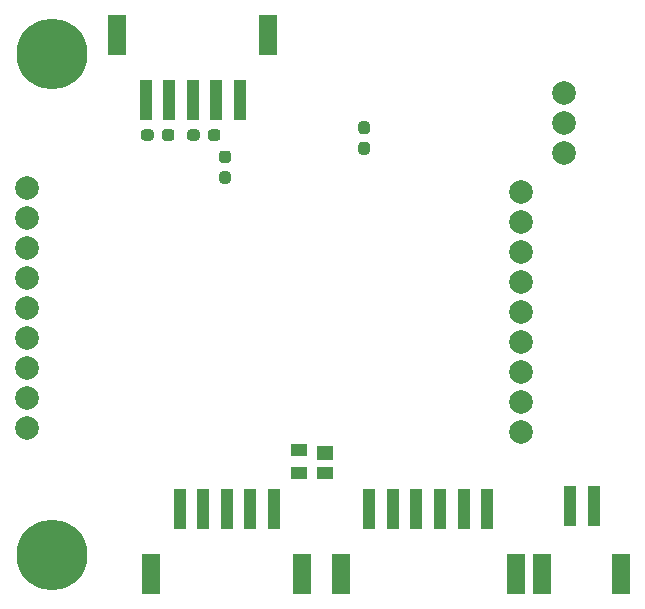
<source format=gbs>
%TF.GenerationSoftware,KiCad,Pcbnew,(5.1.8)-1*%
%TF.CreationDate,2021-02-13T13:26:23-08:00*%
%TF.ProjectId,20200103_8SBMS_A0,32303230-3031-4303-935f-3853424d535f,rev?*%
%TF.SameCoordinates,PXb061cf0PYa92e8c0*%
%TF.FileFunction,Soldermask,Bot*%
%TF.FilePolarity,Negative*%
%FSLAX46Y46*%
G04 Gerber Fmt 4.6, Leading zero omitted, Abs format (unit mm)*
G04 Created by KiCad (PCBNEW (5.1.8)-1) date 2021-02-13 13:26:23*
%MOMM*%
%LPD*%
G01*
G04 APERTURE LIST*
%ADD10R,1.500000X3.400000*%
%ADD11R,1.000000X3.500000*%
%ADD12R,1.600000X3.500000*%
%ADD13C,2.000000*%
%ADD14C,6.000000*%
%ADD15R,1.400000X1.000000*%
%ADD16R,1.400000X1.200000*%
G04 APERTURE END LIST*
D10*
X51750000Y2000000D03*
X45050000Y2000000D03*
D11*
X49400000Y7750000D03*
X47400000Y7750000D03*
X14350000Y7550000D03*
D12*
X11950000Y2050000D03*
X24750000Y2050000D03*
D11*
X16350000Y7550000D03*
X18350000Y7550000D03*
X20350000Y7550000D03*
X22350000Y7550000D03*
X30400000Y7550000D03*
X32400000Y7550000D03*
D12*
X28000000Y2050000D03*
X42800000Y2050000D03*
D11*
X34400000Y7550000D03*
X36400000Y7550000D03*
X38400000Y7550000D03*
X40400000Y7550000D03*
D13*
X1450000Y34710000D03*
X43250000Y34360000D03*
X43250000Y31820000D03*
X43250000Y29280000D03*
X43250000Y26740000D03*
X43250000Y14040000D03*
X43250000Y16580000D03*
X43250000Y19120000D03*
X43250000Y21660000D03*
X43250000Y24200000D03*
X1450000Y32170000D03*
X1450000Y29630000D03*
X1450000Y27090000D03*
X1450000Y14390000D03*
X1450000Y16930000D03*
X1450000Y19470000D03*
X1450000Y22010000D03*
X1450000Y24550000D03*
D14*
X3550000Y46050000D03*
X3550000Y3650000D03*
G36*
G01*
X29737500Y38600000D02*
X30212500Y38600000D01*
G75*
G02*
X30450000Y38362500I0J-237500D01*
G01*
X30450000Y37787500D01*
G75*
G02*
X30212500Y37550000I-237500J0D01*
G01*
X29737500Y37550000D01*
G75*
G02*
X29500000Y37787500I0J237500D01*
G01*
X29500000Y38362500D01*
G75*
G02*
X29737500Y38600000I237500J0D01*
G01*
G37*
G36*
G01*
X29737500Y40350000D02*
X30212500Y40350000D01*
G75*
G02*
X30450000Y40112500I0J-237500D01*
G01*
X30450000Y39537500D01*
G75*
G02*
X30212500Y39300000I-237500J0D01*
G01*
X29737500Y39300000D01*
G75*
G02*
X29500000Y39537500I0J237500D01*
G01*
X29500000Y40112500D01*
G75*
G02*
X29737500Y40350000I237500J0D01*
G01*
G37*
G36*
G01*
X17962500Y37875000D02*
X18437500Y37875000D01*
G75*
G02*
X18675000Y37637500I0J-237500D01*
G01*
X18675000Y37062500D01*
G75*
G02*
X18437500Y36825000I-237500J0D01*
G01*
X17962500Y36825000D01*
G75*
G02*
X17725000Y37062500I0J237500D01*
G01*
X17725000Y37637500D01*
G75*
G02*
X17962500Y37875000I237500J0D01*
G01*
G37*
G36*
G01*
X17962500Y36125000D02*
X18437500Y36125000D01*
G75*
G02*
X18675000Y35887500I0J-237500D01*
G01*
X18675000Y35312500D01*
G75*
G02*
X18437500Y35075000I-237500J0D01*
G01*
X17962500Y35075000D01*
G75*
G02*
X17725000Y35312500I0J237500D01*
G01*
X17725000Y35887500D01*
G75*
G02*
X17962500Y36125000I237500J0D01*
G01*
G37*
G36*
G01*
X11100000Y38962500D02*
X11100000Y39437500D01*
G75*
G02*
X11337500Y39675000I237500J0D01*
G01*
X11912500Y39675000D01*
G75*
G02*
X12150000Y39437500I0J-237500D01*
G01*
X12150000Y38962500D01*
G75*
G02*
X11912500Y38725000I-237500J0D01*
G01*
X11337500Y38725000D01*
G75*
G02*
X11100000Y38962500I0J237500D01*
G01*
G37*
G36*
G01*
X12850000Y38962500D02*
X12850000Y39437500D01*
G75*
G02*
X13087500Y39675000I237500J0D01*
G01*
X13662500Y39675000D01*
G75*
G02*
X13900000Y39437500I0J-237500D01*
G01*
X13900000Y38962500D01*
G75*
G02*
X13662500Y38725000I-237500J0D01*
G01*
X13087500Y38725000D01*
G75*
G02*
X12850000Y38962500I0J237500D01*
G01*
G37*
G36*
G01*
X16050000Y39437500D02*
X16050000Y38962500D01*
G75*
G02*
X15812500Y38725000I-237500J0D01*
G01*
X15237500Y38725000D01*
G75*
G02*
X15000000Y38962500I0J237500D01*
G01*
X15000000Y39437500D01*
G75*
G02*
X15237500Y39675000I237500J0D01*
G01*
X15812500Y39675000D01*
G75*
G02*
X16050000Y39437500I0J-237500D01*
G01*
G37*
G36*
G01*
X17800000Y39437500D02*
X17800000Y38962500D01*
G75*
G02*
X17562500Y38725000I-237500J0D01*
G01*
X16987500Y38725000D01*
G75*
G02*
X16750000Y38962500I0J237500D01*
G01*
X16750000Y39437500D01*
G75*
G02*
X16987500Y39675000I237500J0D01*
G01*
X17562500Y39675000D01*
G75*
G02*
X17800000Y39437500I0J-237500D01*
G01*
G37*
D15*
X24503200Y12496800D03*
X24503200Y10596800D03*
X26703200Y10596800D03*
D16*
X26703200Y12316800D03*
D13*
X46875000Y37685000D03*
X46875000Y40225000D03*
X46875000Y42765000D03*
D11*
X11475000Y42175000D03*
X13475000Y42175000D03*
X15475000Y42175000D03*
X17475000Y42175000D03*
D12*
X9075000Y47675000D03*
X21875000Y47675000D03*
D11*
X19475000Y42175000D03*
M02*

</source>
